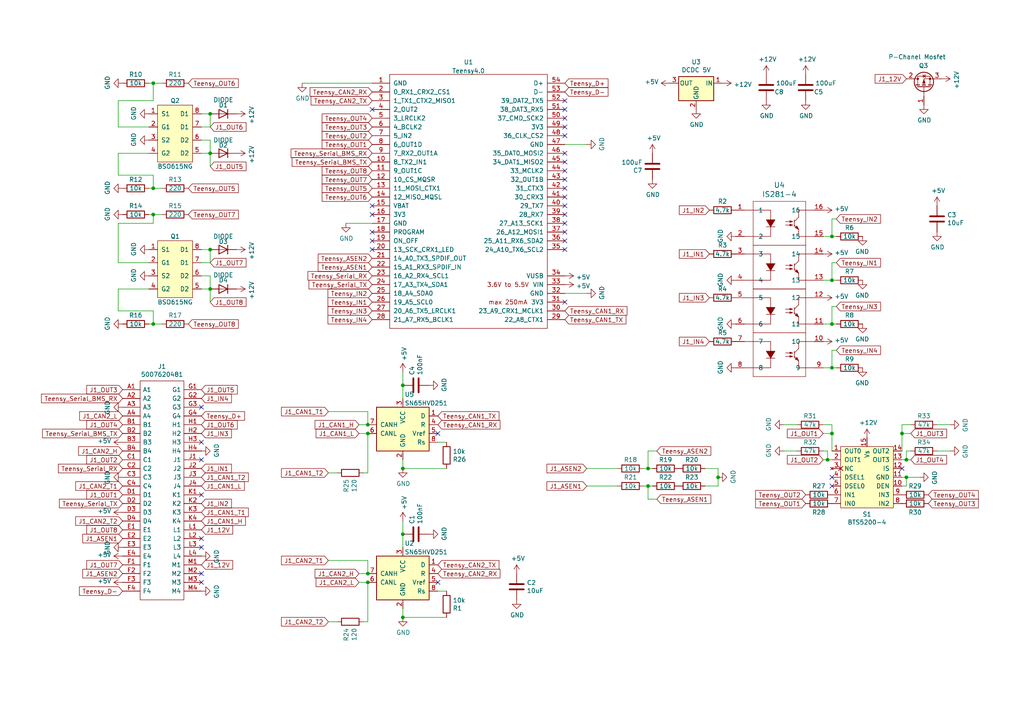
<source format=kicad_sch>
(kicad_sch (version 20211123) (generator eeschema)
  (paper "A4")
  (junction (at 106.68 168.91))
  (junction (at 106.68 166.37))
  (junction (at 116.84 154.94))
  (junction (at 44.45 62.23))
  (junction (at 241.3 68.58))
  (junction (at 116.84 179.07))
  (junction (at 60.96 44.45))
  (junction (at 240.03 133.35))
  (junction (at 262.89 138.43))
  (junction (at 44.45 54.61))
  (junction (at 262.89 133.35))
  (junction (at 106.68 125.73))
  (junction (at 116.84 111.76))
  (junction (at 187.96 140.97))
  (junction (at 106.68 123.19))
  (junction (at 241.3 106.68))
  (junction (at 44.45 24.13))
  (junction (at 116.84 135.89))
  (junction (at 60.96 72.39))
  (junction (at 241.3 93.98))
  (junction (at 187.96 135.89))
  (junction (at 60.96 83.82))
  (junction (at 241.3 125.73))
  (junction (at 60.96 33.02))
  (junction (at 208.28 138.43))
  (junction (at 44.45 93.98))
  (junction (at 241.3 81.28))
  (junction (at 261.62 125.73))
  (no_connect (at 163.83 54.61))
  (no_connect (at 163.83 67.31))
  (no_connect (at 163.83 31.75))
  (no_connect (at 163.83 46.99))
  (no_connect (at 107.95 31.75))
  (no_connect (at 58.42 118.11))
  (no_connect (at 58.42 128.27))
  (no_connect (at 58.42 156.21))
  (no_connect (at 58.42 158.75))
  (no_connect (at 58.42 168.91))
  (no_connect (at 58.42 166.37))
  (no_connect (at 58.42 133.35))
  (no_connect (at 58.42 143.51))
  (no_connect (at 163.83 34.29))
  (no_connect (at 107.95 69.85))
  (no_connect (at 163.83 72.39))
  (no_connect (at 163.83 57.15))
  (no_connect (at 127 168.91))
  (no_connect (at 107.95 59.69))
  (no_connect (at 163.83 44.45))
  (no_connect (at 241.3 140.97))
  (no_connect (at 163.83 59.69))
  (no_connect (at 261.62 135.89))
  (no_connect (at 163.83 36.83))
  (no_connect (at 107.95 62.23))
  (no_connect (at 163.83 69.85))
  (no_connect (at 107.95 67.31))
  (no_connect (at 163.83 64.77))
  (no_connect (at 163.83 87.63))
  (no_connect (at 163.83 29.21))
  (no_connect (at 163.83 39.37))
  (no_connect (at 107.95 72.39))
  (no_connect (at 163.83 62.23))
  (no_connect (at 163.83 49.53))
  (no_connect (at 241.3 138.43))
  (no_connect (at 127 125.73))
  (no_connect (at 163.83 52.07))
  (wire (pts (xy 60.96 44.45) (xy 58.42 44.45)))
  (wire (pts (xy 187.96 130.81) (xy 190.5 130.81)))
  (wire (pts (xy 238.76 123.19) (xy 241.3 123.19)))
  (wire (pts (xy 34.29 90.17) (xy 44.45 90.17)))
  (wire (pts (xy 271.78 130.81) (xy 275.59 130.81)))
  (wire (pts (xy 241.3 106.68) (xy 241.3 101.6)))
  (wire (pts (xy 204.47 135.89) (xy 208.28 135.89)))
  (wire (pts (xy 116.84 107.95) (xy 116.84 111.76)))
  (wire (pts (xy 106.68 162.56) (xy 95.25 162.56)))
  (wire (pts (xy 242.57 63.5) (xy 241.3 63.5)))
  (wire (pts (xy 44.45 64.77) (xy 44.45 62.23)))
  (wire (pts (xy 187.96 140.97) (xy 187.96 144.78)))
  (wire (pts (xy 187.96 135.89) (xy 187.96 130.81)))
  (wire (pts (xy 34.29 83.82) (xy 43.18 83.82)))
  (wire (pts (xy 106.68 162.56) (xy 106.68 166.37)))
  (wire (pts (xy 43.18 54.61) (xy 44.45 54.61)))
  (wire (pts (xy 58.42 80.01) (xy 60.96 80.01)))
  (wire (pts (xy 44.45 50.8) (xy 44.45 54.61)))
  (wire (pts (xy 43.18 36.83) (xy 34.29 36.83)))
  (wire (pts (xy 242.57 76.2) (xy 241.3 76.2)))
  (wire (pts (xy 241.3 68.58) (xy 242.57 68.58)))
  (wire (pts (xy 261.62 140.97) (xy 262.89 140.97)))
  (wire (pts (xy 44.45 90.17) (xy 44.45 93.98)))
  (wire (pts (xy 116.84 151.13) (xy 116.84 154.94)))
  (wire (pts (xy 187.96 144.78) (xy 190.5 144.78)))
  (wire (pts (xy 106.68 125.73) (xy 104.14 125.73)))
  (wire (pts (xy 240.03 133.35) (xy 241.3 133.35)))
  (wire (pts (xy 264.16 123.19) (xy 261.62 123.19)))
  (wire (pts (xy 106.68 137.16) (xy 106.68 125.73)))
  (wire (pts (xy 261.62 133.35) (xy 262.89 133.35)))
  (wire (pts (xy 187.96 135.89) (xy 189.23 135.89)))
  (wire (pts (xy 271.78 123.19) (xy 275.59 123.19)))
  (wire (pts (xy 106.68 119.38) (xy 106.68 123.19)))
  (wire (pts (xy 116.84 179.07) (xy 116.84 176.53)))
  (wire (pts (xy 129.54 171.45) (xy 127 171.45)))
  (wire (pts (xy 44.45 62.23) (xy 46.99 62.23)))
  (wire (pts (xy 170.18 135.89) (xy 179.07 135.89)))
  (wire (pts (xy 58.42 33.02) (xy 60.96 33.02)))
  (wire (pts (xy 238.76 93.98) (xy 241.3 93.98)))
  (wire (pts (xy 106.68 180.34) (xy 106.68 168.91)))
  (wire (pts (xy 261.62 125.73) (xy 261.62 130.81)))
  (wire (pts (xy 58.42 72.39) (xy 60.96 72.39)))
  (wire (pts (xy 105.41 137.16) (xy 106.68 137.16)))
  (wire (pts (xy 60.96 83.82) (xy 60.96 87.63)))
  (wire (pts (xy 60.96 44.45) (xy 60.96 48.26)))
  (wire (pts (xy 116.84 179.07) (xy 129.54 179.07)))
  (wire (pts (xy 60.96 80.01) (xy 60.96 83.82)))
  (wire (pts (xy 238.76 133.35) (xy 240.03 133.35)))
  (wire (pts (xy 208.28 135.89) (xy 208.28 138.43)))
  (wire (pts (xy 107.95 64.77) (xy 100.33 64.77)))
  (wire (pts (xy 241.3 76.2) (xy 241.3 81.28)))
  (wire (pts (xy 241.3 125.73) (xy 238.76 125.73)))
  (wire (pts (xy 34.29 64.77) (xy 44.45 64.77)))
  (wire (pts (xy 241.3 88.9) (xy 242.57 88.9)))
  (wire (pts (xy 186.69 140.97) (xy 187.96 140.97)))
  (wire (pts (xy 241.3 63.5) (xy 241.3 68.58)))
  (wire (pts (xy 43.18 93.98) (xy 44.45 93.98)))
  (wire (pts (xy 116.84 111.76) (xy 116.84 115.57)))
  (wire (pts (xy 116.84 154.94) (xy 116.84 158.75)))
  (wire (pts (xy 34.29 64.77) (xy 34.29 76.2)))
  (wire (pts (xy 106.68 168.91) (xy 104.14 168.91)))
  (wire (pts (xy 34.29 36.83) (xy 34.29 29.21)))
  (wire (pts (xy 43.18 62.23) (xy 44.45 62.23)))
  (wire (pts (xy 241.3 123.19) (xy 241.3 125.73)))
  (wire (pts (xy 60.96 76.2) (xy 58.42 76.2)))
  (wire (pts (xy 116.84 135.89) (xy 116.84 133.35)))
  (wire (pts (xy 241.3 101.6) (xy 242.57 101.6)))
  (wire (pts (xy 227.33 123.19) (xy 231.14 123.19)))
  (wire (pts (xy 106.68 119.38) (xy 95.25 119.38)))
  (wire (pts (xy 241.3 68.58) (xy 238.76 68.58)))
  (wire (pts (xy 34.29 83.82) (xy 34.29 90.17)))
  (wire (pts (xy 262.89 133.35) (xy 264.16 133.35)))
  (wire (pts (xy 44.45 54.61) (xy 46.99 54.61)))
  (wire (pts (xy 106.68 123.19) (xy 104.14 123.19)))
  (wire (pts (xy 261.62 125.73) (xy 264.16 125.73)))
  (wire (pts (xy 60.96 33.02) (xy 60.96 36.83)))
  (wire (pts (xy 238.76 130.81) (xy 240.03 130.81)))
  (wire (pts (xy 116.84 135.89) (xy 129.54 135.89)))
  (wire (pts (xy 179.07 140.97) (xy 170.18 140.97)))
  (wire (pts (xy 95.25 180.34) (xy 97.79 180.34)))
  (wire (pts (xy 264.16 130.81) (xy 262.89 130.81)))
  (wire (pts (xy 34.29 44.45) (xy 43.18 44.45)))
  (wire (pts (xy 262.89 130.81) (xy 262.89 133.35)))
  (wire (pts (xy 105.41 180.34) (xy 106.68 180.34)))
  (wire (pts (xy 208.28 140.97) (xy 204.47 140.97)))
  (wire (pts (xy 43.18 24.13) (xy 44.45 24.13)))
  (wire (pts (xy 34.29 29.21) (xy 44.45 29.21)))
  (wire (pts (xy 34.29 44.45) (xy 34.29 50.8)))
  (wire (pts (xy 43.18 76.2) (xy 34.29 76.2)))
  (wire (pts (xy 262.89 138.43) (xy 262.89 140.97)))
  (wire (pts (xy 95.25 137.16) (xy 97.79 137.16)))
  (wire (pts (xy 262.89 138.43) (xy 266.7 138.43)))
  (wire (pts (xy 106.68 166.37) (xy 104.14 166.37)))
  (wire (pts (xy 241.3 81.28) (xy 242.57 81.28)))
  (wire (pts (xy 44.45 24.13) (xy 44.45 29.21)))
  (wire (pts (xy 129.54 128.27) (xy 127 128.27)))
  (wire (pts (xy 60.96 36.83) (xy 58.42 36.83)))
  (wire (pts (xy 187.96 140.97) (xy 189.23 140.97)))
  (wire (pts (xy 261.62 123.19) (xy 261.62 125.73)))
  (wire (pts (xy 60.96 83.82) (xy 58.42 83.82)))
  (wire (pts (xy 44.45 93.98) (xy 46.99 93.98)))
  (wire (pts (xy 163.83 41.91) (xy 170.18 41.91)))
  (wire (pts (xy 87.63 24.13) (xy 107.95 24.13)))
  (wire (pts (xy 186.69 135.89) (xy 187.96 135.89)))
  (wire (pts (xy 208.28 138.43) (xy 208.28 140.97)))
  (wire (pts (xy 34.29 50.8) (xy 44.45 50.8)))
  (wire (pts (xy 240.03 130.81) (xy 240.03 133.35)))
  (wire (pts (xy 241.3 81.28) (xy 238.76 81.28)))
  (wire (pts (xy 241.3 106.68) (xy 242.57 106.68)))
  (wire (pts (xy 58.42 40.64) (xy 60.96 40.64)))
  (wire (pts (xy 60.96 72.39) (xy 60.96 76.2)))
  (wire (pts (xy 44.45 24.13) (xy 46.99 24.13)))
  (wire (pts (xy 227.33 130.81) (xy 231.14 130.81)))
  (wire (pts (xy 60.96 40.64) (xy 60.96 44.45)))
  (wire (pts (xy 261.62 138.43) (xy 262.89 138.43)))
  (wire (pts (xy 241.3 93.98) (xy 242.57 93.98)))
  (wire (pts (xy 241.3 130.81) (xy 241.3 125.73)))
  (wire (pts (xy 238.76 106.68) (xy 241.3 106.68)))
  (wire (pts (xy 241.3 93.98) (xy 241.3 88.9)))
  (wire (pts (xy 163.83 85.09) (xy 170.18 85.09)))
  (global_label "J1_CAN1_H" (shape input) (at 58.42 151.13 0) (property "Referenzen zwischen Schaltplänen" "${INTERSHEET_REFS}" (effects hide)))
  (global_label "J1_OUT7" (shape input) (at 35.56 163.83 180) (property "Referenzen zwischen Schaltplänen" "${INTERSHEET_REFS}" (effects hide)))
  (global_label "Teensy_OUT7" (shape input) (at 107.95 52.07 180) (property "Referenzen zwischen Schaltplänen" "${INTERSHEET_REFS}" (effects hide)))
  (global_label "J1_ASEN2" (shape input) (at 35.56 166.37 180) (property "Referenzen zwischen Schaltplänen" "${INTERSHEET_REFS}" (effects hide)))
  (global_label "J1_OUT6" (shape input) (at 60.96 36.83 0) (property "Referenzen zwischen Schaltplänen" "${INTERSHEET_REFS}" (effects hide)))
  (global_label "J1_IN3" (shape input) (at 58.42 125.73 0) (property "Referenzen zwischen Schaltplänen" "${INTERSHEET_REFS}" (effects hide)))
  (global_label "J1_CAN1_T1" (shape input) (at 95.25 119.38 180) (property "Referenzen zwischen Schaltplänen" "${INTERSHEET_REFS}" (effects hide)))
  (global_label "Teensy_D+" (shape input) (at 58.42 120.65 0) (property "Referenzen zwischen Schaltplänen" "${INTERSHEET_REFS}" (effects hide)))
  (global_label "Teensy_CAN2_TX" (shape input) (at 107.95 29.21 180) (property "Referenzen zwischen Schaltplänen" "${INTERSHEET_REFS}" (effects hide)))
  (global_label "J1_CAN2_L" (shape input) (at 35.56 120.65 180) (property "Referenzen zwischen Schaltplänen" "${INTERSHEET_REFS}" (effects hide)))
  (global_label "Teensy_OUT2" (shape input) (at 233.68 143.51 180) (property "Referenzen zwischen Schaltplänen" "${INTERSHEET_REFS}" (effects hide)))
  (global_label "Teensy_IN3" (shape input) (at 107.95 90.17 180) (property "Referenzen zwischen Schaltplänen" "${INTERSHEET_REFS}" (effects hide)))
  (global_label "J1_OUT4" (shape input) (at 264.16 133.35 0) (property "Referenzen zwischen Schaltplänen" "${INTERSHEET_REFS}" (effects hide)))
  (global_label "Teensy_IN2" (shape input) (at 107.95 85.09 180) (property "Referenzen zwischen Schaltplänen" "${INTERSHEET_REFS}" (effects hide)))
  (global_label "Teensy_OUT3" (shape input) (at 107.95 36.83 180) (property "Referenzen zwischen Schaltplänen" "${INTERSHEET_REFS}" (effects hide)))
  (global_label "J1_OUT8" (shape input) (at 60.96 87.63 0) (property "Referenzen zwischen Schaltplänen" "${INTERSHEET_REFS}" (effects hide)))
  (global_label "Teensy_CAN2_RX" (shape input) (at 107.95 26.67 180) (property "Referenzen zwischen Schaltplänen" "${INTERSHEET_REFS}" (effects hide)))
  (global_label "Teensy_ASEN2" (shape input) (at 190.5 130.81 0) (property "Referenzen zwischen Schaltplänen" "${INTERSHEET_REFS}" (effects hide)))
  (global_label "Teensy_Serial_BMS_TX" (shape input) (at 35.56 125.73 180) (property "Referenzen zwischen Schaltplänen" "${INTERSHEET_REFS}" (effects hide)))
  (global_label "J1_OUT2" (shape input) (at 238.76 133.35 180) (property "Referenzen zwischen Schaltplänen" "${INTERSHEET_REFS}" (effects hide)))
  (global_label "Teensy_IN1" (shape input) (at 107.95 87.63 180) (property "Referenzen zwischen Schaltplänen" "${INTERSHEET_REFS}" (effects hide)))
  (global_label "Teensy_CAN1_TX" (shape input) (at 163.83 92.71 0) (property "Referenzen zwischen Schaltplänen" "${INTERSHEET_REFS}" (effects hide)))
  (global_label "Teensy_ASEN1" (shape input) (at 107.95 77.47 180) (property "Referenzen zwischen Schaltplänen" "${INTERSHEET_REFS}" (effects hide)))
  (global_label "J1_CAN2_T1" (shape input) (at 35.56 140.97 180) (property "Referenzen zwischen Schaltplänen" "${INTERSHEET_REFS}" (effects hide)))
  (global_label "Teensy_Serial_TX" (shape input) (at 35.56 146.05 180) (property "Referenzen zwischen Schaltplänen" "${INTERSHEET_REFS}" (effects hide)))
  (global_label "J1_ASEN1" (shape input) (at 170.18 140.97 180) (property "Referenzen zwischen Schaltplänen" "${INTERSHEET_REFS}" (effects hide)))
  (global_label "J1_OUT1" (shape input) (at 35.56 143.51 180) (property "Referenzen zwischen Schaltplänen" "${INTERSHEET_REFS}" (effects hide)))
  (global_label "Teensy_OUT5" (shape input) (at 107.95 54.61 180) (property "Referenzen zwischen Schaltplänen" "${INTERSHEET_REFS}" (effects hide)))
  (global_label "J1_CAN2_H" (shape input) (at 35.56 130.81 180) (property "Referenzen zwischen Schaltplänen" "${INTERSHEET_REFS}" (effects hide)))
  (global_label "Teensy_Serial_RX" (shape input) (at 107.95 80.01 180) (property "Referenzen zwischen Schaltplänen" "${INTERSHEET_REFS}" (effects hide)))
  (global_label "Teensy_OUT6" (shape input) (at 107.95 57.15 180) (property "Referenzen zwischen Schaltplänen" "${INTERSHEET_REFS}" (effects hide)))
  (global_label "Teensy_Serial_BMS_TX" (shape input) (at 107.95 46.99 180) (property "Referenzen zwischen Schaltplänen" "${INTERSHEET_REFS}" (effects hide)))
  (global_label "J1_OUT5" (shape input) (at 60.96 48.26 0) (property "Referenzen zwischen Schaltplänen" "${INTERSHEET_REFS}" (effects hide)))
  (global_label "J1_12V" (shape input) (at 58.42 153.67 0) (property "Referenzen zwischen Schaltplänen" "${INTERSHEET_REFS}" (effects hide)))
  (global_label "Teensy_CAN2_TX" (shape input) (at 127 163.83 0) (property "Referenzen zwischen Schaltplänen" "${INTERSHEET_REFS}" (effects hide)))
  (global_label "Teensy_OUT3" (shape input) (at 269.24 146.05 0) (property "Referenzen zwischen Schaltplänen" "${INTERSHEET_REFS}" (effects hide)))
  (global_label "J1_CAN1_H" (shape input) (at 104.14 123.19 180) (property "Referenzen zwischen Schaltplänen" "${INTERSHEET_REFS}" (effects hide)))
  (global_label "J1_OUT7" (shape input) (at 60.96 76.2 0) (property "Referenzen zwischen Schaltplänen" "${INTERSHEET_REFS}" (effects hide)))
  (global_label "J1_CAN1_L" (shape input) (at 104.14 125.73 180) (property "Referenzen zwischen Schaltplänen" "${INTERSHEET_REFS}" (effects hide)))
  (global_label "J1_CAN2_L" (shape input) (at 104.14 168.91 180) (property "Referenzen zwischen Schaltplänen" "${INTERSHEET_REFS}" (effects hide)))
  (global_label "Teensy_IN3" (shape input) (at 242.57 88.9 0) (property "Referenzen zwischen Schaltplänen" "${INTERSHEET_REFS}" (effects hide)))
  (global_label "Teensy_Serial_RX" (shape input) (at 35.56 135.89 180) (property "Referenzen zwischen Schaltplänen" "${INTERSHEET_REFS}" (effects hide)))
  (global_label "Teensy_Serial_BMS_RX" (shape input) (at 35.56 115.57 180) (property "Referenzen zwischen Schaltplänen" "${INTERSHEET_REFS}" (effects hide)))
  (global_label "J1_CAN2_T2" (shape input) (at 35.56 151.13 180) (property "Referenzen zwischen Schaltplänen" "${INTERSHEET_REFS}" (effects hide)))
  (global_label "J1_OUT4" (shape input) (at 35.56 123.19 180) (property "Referenzen zwischen Schaltplänen" "${INTERSHEET_REFS}" (effects hide)))
  (global_label "J1_CAN2_H" (shape input) (at 104.14 166.37 180) (property "Referenzen zwischen Schaltplänen" "${INTERSHEET_REFS}" (effects hide)))
  (global_label "J1_IN1" (shape input) (at 58.42 135.89 0) (property "Referenzen zwischen Schaltplänen" "${INTERSHEET_REFS}" (effects hide)))
  (global_label "J1_OUT1" (shape input) (at 238.76 125.73 180) (property "Referenzen zwischen Schaltplänen" "${INTERSHEET_REFS}" (effects hide)))
  (global_label "Teensy_IN4" (shape input) (at 107.95 92.71 180) (property "Referenzen zwischen Schaltplänen" "${INTERSHEET_REFS}" (effects hide)))
  (global_label "J1_IN4" (shape input) (at 205.74 99.06 180) (property "Referenzen zwischen Schaltplänen" "${INTERSHEET_REFS}" (effects hide)))
  (global_label "J1_IN2" (shape input) (at 58.42 146.05 0) (property "Referenzen zwischen Schaltplänen" "${INTERSHEET_REFS}" (effects hide)))
  (global_label "Teensy_OUT4" (shape input) (at 269.24 143.51 0) (property "Referenzen zwischen Schaltplänen" "${INTERSHEET_REFS}" (effects hide)))
  (global_label "Teensy_OUT1" (shape input) (at 107.95 41.91 180) (property "Referenzen zwischen Schaltplänen" "${INTERSHEET_REFS}" (effects hide)))
  (global_label "Teensy_D-" (shape input) (at 35.56 171.45 180) (property "Referenzen zwischen Schaltplänen" "${INTERSHEET_REFS}" (effects hide)))
  (global_label "J1_IN1" (shape input) (at 205.74 73.66 180) (property "Referenzen zwischen Schaltplänen" "${INTERSHEET_REFS}" (effects hide)))
  (global_label "Teensy_D+" (shape input) (at 163.83 24.13 0) (property "Referenzen zwischen Schaltplänen" "${INTERSHEET_REFS}" (effects hide)))
  (global_label "J1_CAN1_T1" (shape input) (at 58.42 148.59 0) (property "Referenzen zwischen Schaltplänen" "${INTERSHEET_REFS}" (effects hide)))
  (global_label "Teensy_OUT4" (shape input) (at 107.95 34.29 180) (property "Referenzen zwischen Schaltplänen" "${INTERSHEET_REFS}" (effects hide)))
  (global_label "Teensy_IN4" (shape input) (at 242.57 101.6 0) (property "Referenzen zwischen Schaltplänen" "${INTERSHEET_REFS}" (effects hide)))
  (global_label "Teensy_D-" (shape input) (at 163.83 26.67 0) (property "Referenzen zwischen Schaltplänen" "${INTERSHEET_REFS}" (effects hide)))
  (global_label "Teensy_OUT6" (shape input) (at 54.61 24.13 0) (property "Referenzen zwischen Schaltplänen" "${INTERSHEET_REFS}" (effects hide)))
  (global_label "J1_IN3" (shape input) (at 205.74 86.36 180) (property "Referenzen zwischen Schaltplänen" "${INTERSHEET_REFS}" (effects hide)))
  (global_label "Teensy_OUT8" (shape input) (at 107.95 49.53 180) (property "Referenzen zwischen Schaltplänen" "${INTERSHEET_REFS}" (effects hide)))
  (global_label "J1_12V" (shape input) (at 58.42 163.83 0) (property "Referenzen zwischen Schaltplänen" "${INTERSHEET_REFS}" (effects hide)))
  (global_label "J1_CAN1_T2" (shape input) (at 95.25 137.16 180) (property "Referenzen zwischen Schaltplänen" "${INTERSHEET_REFS}" (effects hide)))
  (global_label "Teensy_CAN1_RX" (shape input) (at 127 123.19 0) (property "Referenzen zwischen Schaltplänen" "${INTERSHEET_REFS}" (effects hide)))
  (global_label "J1_12V" (shape input) (at 262.89 22.86 180) (property "Referenzen zwischen Schaltplänen" "${INTERSHEET_REFS}" (effects hide)))
  (global_label "J1_OUT2" (shape input) (at 35.56 133.35 180) (property "Referenzen zwischen Schaltplänen" "${INTERSHEET_REFS}" (effects hide)))
  (global_label "J1_OUT3" (shape input) (at 264.16 125.73 0) (property "Referenzen zwischen Schaltplänen" "${INTERSHEET_REFS}" (effects hide)))
  (global_label "Teensy_CAN1_TX" (shape input) (at 127 120.65 0) (property "Referenzen zwischen Schaltplänen" "${INTERSHEET_REFS}" (effects hide)))
  (global_label "J1_ASEN2" (shape input) (at 170.18 135.89 180) (property "Referenzen zwischen Schaltplänen" "${INTERSHEET_REFS}" (effects hide)))
  (global_label "Teensy_OUT7" (shape input) (at 54.61 62.23 0) (property "Referenzen zwischen Schaltplänen" "${INTERSHEET_REFS}" (effects hide)))
  (global_label "Teensy_Serial_TX" (shape input) (at 107.95 82.55 180) (property "Referenzen zwischen Schaltplänen" "${INTERSHEET_REFS}" (effects hide)))
  (global_label "J1_OUT3" (shape input) (at 35.56 113.03 180) (property "Referenzen zwischen Schaltplänen" "${INTERSHEET_REFS}" (effects hide)))
  (global_label "Teensy_OUT1" (shape input) (at 233.68 146.05 180) (property "Referenzen zwischen Schaltplänen" "${INTERSHEET_REFS}" (effects hide)))
  (global_label "J1_OUT5" (shape input) (at 58.42 113.03 0) (property "Referenzen zwischen Schaltplänen" "${INTERSHEET_REFS}" (effects hide)))
  (global_label "Teensy_ASEN1" (shape input) (at 190.5 144.78 0) (property "Referenzen zwischen Schaltplänen" "${INTERSHEET_REFS}" (effects hide)))
  (global_label "Teensy_OUT5" (shape input) (at 54.61 54.61 0) (property "Referenzen zwischen Schaltplänen" "${INTERSHEET_REFS}" (effects hide)))
  (global_label "Teensy_CAN2_RX" (shape input) (at 127 166.37 0) (property "Referenzen zwischen Schaltplänen" "${INTERSHEET_REFS}" (effects hide)))
  (global_label "J1_CAN2_T1" (shape input) (at 95.25 162.56 180) (property "Referenzen zwischen Schaltplänen" "${INTERSHEET_REFS}" (effects hide)))
  (global_label "Teensy_OUT2" (shape input) (at 107.95 39.37 180) (property "Referenzen zwischen Schaltplänen" "${INTERSHEET_REFS}" (effects hide)))
  (global_label "J1_OUT6" (shape input) (at 58.42 123.19 0) (property "Referenzen zwischen Schaltplänen" "${INTERSHEET_REFS}" (effects hide)))
  (global_label "J1_CAN1_T2" (shape input) (at 58.42 138.43 0) (property "Referenzen zwischen Schaltplänen" "${INTERSHEET_REFS}" (effects hide)))
  (global_label "Teensy_IN2" (shape input) (at 242.57 63.5 0) (property "Referenzen zwischen Schaltplänen" "${INTERSHEET_REFS}" (effects hide)))
  (global_label "Teensy_Serial_BMS_RX" (shape input) (at 107.95 44.45 180) (property "Referenzen zwischen Schaltplänen" "${INTERSHEET_REFS}" (effects hide)))
  (global_label "J1_OUT8" (shape input) (at 35.56 153.67 180) (property "Referenzen zwischen Schaltplänen" "${INTERSHEET_REFS}" (effects hide)))
  (global_label "J1_IN4" (shape input) (at 58.42 115.57 0) (property "Referenzen zwischen Schaltplänen" "${INTERSHEET_REFS}" (effects hide)))
  (global_label "Teensy_OUT8" (shape input) (at 54.61 93.98 0) (property "Referenzen zwischen Schaltplänen" "${INTERSHEET_REFS}" (effects hide)))
  (global_label "Teensy_IN1" (shape input) (at 242.57 76.2 0) (property "Referenzen zwischen Schaltplänen" "${INTERSHEET_REFS}" (effects hide)))
  (global_label "J1_ASEN1" (shape input) (at 35.56 156.21 180) (property "Referenzen zwischen Schaltplänen" "${INTERSHEET_REFS}" (effects hide)))
  (global_label "J1_CAN1_L" (shape input) (at 58.42 140.97 0) (property "Referenzen zwischen Schaltplänen" "${INTERSHEET_REFS}" (effects hide)))
  (global_label "Teensy_ASEN2" (shape input) (at 107.95 74.93 180) (property "Referenzen zwischen Schaltplänen" "${INTERSHEET_REFS}" (effects hide)))
  (global_label "J1_IN2" (shape input) (at 205.74 60.96 180) (property "Referenzen zwischen Schaltplänen" "${INTERSHEET_REFS}" (effects hide)))
  (global_label "Teensy_CAN1_RX" (shape input) (at 163.83 90.17 0) (property "Referenzen zwischen Schaltplänen" "${INTERSHEET_REFS}" (effects hide)))
  (global_label "J1_CAN2_T2" (shape input) (at 95.25 180.34 180) (property "Referenzen zwischen Schaltplänen" "${INTERSHEET_REFS}" (effects hide)))
  (symbol (lib_id "power:GND") (at 87.63 24.13 0) (unit 1)
    (property "Reference" "#PWR0101" (effects hide))
    (property "Value" "GND" (at 87.757 28.5242 0))
  )
  (symbol (lib_id "Regulator_Switching:R-78E5.0-0.5") (at 201.93 24.13 0) (mirror y) (unit 1)
    (property "Reference" "U3" (at 201.93 17.9832 0))
    (property "Value" "DCDC 5V" (at 201.93 20.2946 0))
    (property "Footprint" "Converter_DCDC:Converter_DCDC_muRata_OKI-78SR_Vertical" (effects hide))
    (property "Datasheet" "https://www.recom-power.com/pdf/Innoline/R-78Exx-0.5.pdf" (effects hide))
    (property "LCSC" "C115916" (effects hide))
  )
  (symbol (lib_id "power:+12V") (at 209.55 24.13 270) (unit 1)
    (property "Reference" "#PWR0102" (effects hide))
    (property "Value" "+12V" (at 212.8012 24.511 90) (effects (justify left)))
  )
  (symbol (lib_id "Device:R") (at 129.54 175.26 0) (mirror x) (unit 1)
    (property "Reference" "R1" (at 131.318 176.4284 0) (effects (justify left)))
    (property "Value" "10k" (at 131.318 174.117 0) (effects (justify left)))
    (property "Footprint" "Resistor_SMD:R_0805_2012Metric" (effects hide))
    (property "LCSC" "C17414" (effects hide))
  )
  (symbol (lib_id "power:GND") (at 100.33 64.77 0) (unit 1)
    (property "Reference" "#PWR0103" (effects hide))
    (property "Value" "GND" (at 100.457 69.1642 0))
  )
  (symbol (lib_id "power:GND") (at 170.18 41.91 90) (unit 1)
    (property "Reference" "#PWR0104" (effects hide))
    (property "Value" "GND" (at 174.5742 41.783 0))
  )
  (symbol (lib_id "power:GND") (at 170.18 85.09 90) (unit 1)
    (property "Reference" "#PWR0105" (effects hide))
    (property "Value" "GND" (at 174.5742 84.963 0))
  )
  (symbol (lib_id "power:GND") (at 201.93 31.75 0) (unit 1)
    (property "Reference" "#PWR0106" (effects hide))
    (property "Value" "GND" (at 202.057 36.1442 0))
  )
  (symbol (lib_id "power:GND") (at 116.84 179.07 0) (unit 1)
    (property "Reference" "#PWR0108" (effects hide))
    (property "Value" "GND" (at 116.967 183.4642 0))
  )
  (symbol (lib_id "power:+5V") (at 194.31 24.13 90) (unit 1)
    (property "Reference" "#PWR0112" (effects hide))
    (property "Value" "+5V" (at 191.0588 23.749 90) (effects (justify left)))
  )
  (symbol (lib_id "power:+5V") (at 163.83 82.55 270) (unit 1)
    (property "Reference" "#PWR0113" (effects hide))
    (property "Value" "+5V" (at 167.0812 82.931 90) (effects (justify left)))
  )
  (symbol (lib_id "Device:R") (at 209.55 60.96 90) (mirror x) (unit 1)
    (property "Reference" "R2" (at 209.55 58.42 90))
    (property "Value" "4.7k" (at 209.55 60.96 90))
    (property "Footprint" "Resistor_SMD:R_0805_2012Metric" (effects hide))
    (property "LCSC" "C17673" (effects hide))
  )
  (symbol (lib_id "Device:R") (at 209.55 73.66 90) (mirror x) (unit 1)
    (property "Reference" "R3" (at 209.55 71.12 90))
    (property "Value" "4.7k" (at 209.55 73.66 90))
    (property "Footprint" "Resistor_SMD:R_0805_2012Metric" (effects hide))
    (property "LCSC" "C17673" (effects hide))
  )
  (symbol (lib_id "Device:R") (at 209.55 86.36 90) (mirror x) (unit 1)
    (property "Reference" "R4" (at 209.55 83.82 90))
    (property "Value" "4.7k" (at 209.55 86.36 90))
    (property "Footprint" "Resistor_SMD:R_0805_2012Metric" (effects hide))
    (property "LCSC" "C17673" (effects hide))
  )
  (symbol (lib_id "Device:R") (at 209.55 99.06 90) (mirror x) (unit 1)
    (property "Reference" "R5" (at 209.55 96.52 90))
    (property "Value" "4.7k" (at 209.55 99.06 90))
    (property "Footprint" "Resistor_SMD:R_0805_2012Metric" (effects hide))
    (property "LCSC" "C17673" (effects hide))
  )
  (symbol (lib_id "power:GND") (at 213.36 68.58 270) (mirror x) (unit 1)
    (property "Reference" "#PWR0115" (effects hide))
    (property "Value" "GND" (at 208.9658 68.453 0))
  )
  (symbol (lib_id "power:GND") (at 213.36 81.28 270) (mirror x) (unit 1)
    (property "Reference" "#PWR0116" (effects hide))
    (property "Value" "GND" (at 208.9658 81.153 0))
  )
  (symbol (lib_id "power:GND") (at 213.36 93.98 270) (mirror x) (unit 1)
    (property "Reference" "#PWR0117" (effects hide))
    (property "Value" "GND" (at 208.9658 93.853 0))
  )
  (symbol (lib_id "power:GND") (at 213.36 106.68 270) (mirror x) (unit 1)
    (property "Reference" "#PWR0118" (effects hide))
    (property "Value" "GND" (at 208.9658 106.553 0))
  )
  (symbol (lib_id "Device:R") (at 246.38 81.28 90) (mirror x) (unit 1)
    (property "Reference" "R7" (at 246.38 78.74 90))
    (property "Value" "10k" (at 246.38 81.28 90))
    (property "Footprint" "Resistor_SMD:R_0805_2012Metric" (effects hide))
    (property "LCSC" "C17414" (effects hide))
  )
  (symbol (lib_id "Device:R") (at 246.38 68.58 90) (mirror x) (unit 1)
    (property "Reference" "R6" (at 246.38 66.04 90))
    (property "Value" "10k" (at 246.38 68.58 90))
    (property "Footprint" "Resistor_SMD:R_0805_2012Metric" (effects hide))
    (property "LCSC" "C17414" (effects hide))
  )
  (symbol (lib_id "Device:R") (at 246.38 93.98 90) (mirror x) (unit 1)
    (property "Reference" "R8" (at 246.38 91.44 90))
    (property "Value" "10k" (at 246.38 93.98 90))
    (property "Footprint" "Resistor_SMD:R_0805_2012Metric" (effects hide))
    (property "LCSC" "C17414" (effects hide))
  )
  (symbol (lib_id "Device:R") (at 246.38 106.68 90) (mirror x) (unit 1)
    (property "Reference" "R9" (at 246.38 104.14 90))
    (property "Value" "10k" (at 246.38 106.68 90))
    (property "Footprint" "Resistor_SMD:R_0805_2012Metric" (effects hide))
    (property "LCSC" "C17414" (effects hide))
  )
  (symbol (lib_id "power:+5V") (at 238.76 60.96 270) (mirror x) (unit 1)
    (property "Reference" "#PWR0119" (effects hide))
    (property "Value" "+5V" (at 242.0112 60.579 90) (effects (justify left)))
  )
  (symbol (lib_id "power:+5V") (at 238.76 73.66 270) (mirror x) (unit 1)
    (property "Reference" "#PWR0120" (effects hide))
    (property "Value" "+5V" (at 242.0112 73.279 90) (effects (justify left)))
  )
  (symbol (lib_id "power:+5V") (at 238.76 86.36 270) (mirror x) (unit 1)
    (property "Reference" "#PWR0121" (effects hide))
    (property "Value" "+5V" (at 242.0112 85.979 90) (effects (justify left)))
  )
  (symbol (lib_id "power:+5V") (at 238.76 99.06 270) (mirror x) (unit 1)
    (property "Reference" "#PWR0122" (effects hide))
    (property "Value" "+5V" (at 242.0112 98.679 90) (effects (justify left)))
  )
  (symbol (lib_id "power:GND") (at 250.19 68.58 0) (mirror y) (unit 1)
    (property "Reference" "#PWR0123" (effects hide))
    (property "Value" "GND" (at 250.063 72.9742 0))
  )
  (symbol (lib_id "power:GND") (at 250.19 81.28 0) (mirror y) (unit 1)
    (property "Reference" "#PWR0124" (effects hide))
    (property "Value" "GND" (at 250.063 85.6742 0))
  )
  (symbol (lib_id "power:GND") (at 250.19 93.98 0) (mirror y) (unit 1)
    (property "Reference" "#PWR0125" (effects hide))
    (property "Value" "GND" (at 250.063 98.3742 0))
  )
  (symbol (lib_id "power:GND") (at 250.19 106.68 0) (mirror y) (unit 1)
    (property "Reference" "#PWR0126" (effects hide))
    (property "Value" "GND" (at 250.063 111.0742 0))
  )
  (symbol (lib_id "power:+5V") (at 271.78 59.69 0) (unit 1)
    (property "Reference" "#PWR0127" (effects hide))
    (property "Value" "+5V" (at 272.161 55.2958 0))
  )
  (symbol (lib_id "Device:C") (at 271.78 63.5 180) (unit 1)
    (property "Reference" "C3" (at 274.701 62.3316 0) (effects (justify right)))
    (property "Value" "10uF" (at 274.701 64.643 0) (effects (justify right)))
    (property "Footprint" "Capacitor_SMD:C_0805_2012Metric" (effects hide))
    (property "LCSC" "C15850" (effects hide))
  )
  (symbol (lib_id "power:GND") (at 271.78 67.31 0) (unit 1)
    (property "Reference" "#PWR0128" (effects hide))
    (property "Value" "GND" (at 271.907 71.7042 0))
  )
  (symbol (lib_id "Device:R") (at 50.8 54.61 270) (unit 1)
    (property "Reference" "R13" (at 50.8 52.07 90))
    (property "Value" "220" (at 50.8 54.61 90))
    (property "Footprint" "Resistor_SMD:R_0805_2012Metric" (effects hide))
    (property "LCSC" "C17557" (effects hide))
  )
  (symbol (lib_id "Device:R") (at 39.37 54.61 270) (unit 1)
    (property "Reference" "R12" (at 39.37 52.07 90))
    (property "Value" "10k" (at 39.37 54.61 90))
    (property "Footprint" "Resistor_SMD:R_0805_2012Metric" (effects hide))
    (property "LCSC" "C17414" (effects hide))
  )
  (symbol (lib_id "power:GND") (at 35.56 54.61 270) (mirror x) (unit 1)
    (property "Reference" "#PWR0133" (effects hide))
    (property "Value" "GND" (at 31.1658 54.483 0))
  )
  (symbol (lib_id "power:GND") (at 43.18 33.02 270) (mirror x) (unit 1)
    (property "Reference" "#PWR0134" (effects hide))
    (property "Value" "GND" (at 38.7858 32.893 0))
  )
  (symbol (lib_id "power:GND") (at 43.18 40.64 270) (mirror x) (unit 1)
    (property "Reference" "#PWR0135" (effects hide))
    (property "Value" "GND" (at 38.7858 40.513 0))
  )
  (symbol (lib_id "JoeMBMS_V2.0-rescue:IRF9956-Transistor-FET") (at 50.8 39.37 0) (unit 1)
    (property "Reference" "Q2" (at 50.8 29.21 0))
    (property "Value" "BSO615NG" (at 50.8 48.26 0))
    (property "Footprint" "JoeMBMS:SO-8_IRF956" (effects hide))
    (property "LCSC" "C693398" (effects hide))
  )
  (symbol (lib_id "Device:R") (at 50.8 24.13 270) (unit 1)
    (property "Reference" "R11" (at 50.8 21.59 90))
    (property "Value" "220" (at 50.8 24.13 90))
    (property "Footprint" "Resistor_SMD:R_0805_2012Metric" (effects hide))
    (property "LCSC" "C17557" (effects hide))
  )
  (symbol (lib_id "Device:R") (at 39.37 24.13 270) (unit 1)
    (property "Reference" "R10" (at 39.37 21.59 90))
    (property "Value" "10k" (at 39.37 24.13 90))
    (property "Footprint" "Resistor_SMD:R_0805_2012Metric" (effects hide))
    (property "LCSC" "C17414" (effects hide))
  )
  (symbol (lib_id "power:GND") (at 35.56 24.13 270) (mirror x) (unit 1)
    (property "Reference" "#PWR0136" (effects hide))
    (property "Value" "GND" (at 31.1658 24.003 0))
  )
  (symbol (lib_id "Device:R") (at 50.8 93.98 270) (unit 1)
    (property "Reference" "R17" (at 50.8 91.44 90))
    (property "Value" "220" (at 50.8 93.98 90))
    (property "Footprint" "Resistor_SMD:R_0805_2012Metric" (effects hide))
    (property "LCSC" "C17557" (effects hide))
  )
  (symbol (lib_id "Device:R") (at 39.37 93.98 270) (unit 1)
    (property "Reference" "R16" (at 39.37 91.44 90))
    (property "Value" "10k" (at 39.37 93.98 90))
    (property "Footprint" "Resistor_SMD:R_0805_2012Metric" (effects hide))
    (property "LCSC" "C17414" (effects hide))
  )
  (symbol (lib_id "power:GND") (at 35.56 93.98 270) (mirror x) (unit 1)
    (property "Reference" "#PWR0137" (effects hide))
    (property "Value" "GND" (at 31.1658 93.853 0))
  )
  (symbol (lib_id "power:GND") (at 43.18 72.39 270) (mirror x) (unit 1)
    (property "Reference" "#PWR0138" (effects hide))
    (property "Value" "GND" (at 38.7858 72.263 0))
  )
  (symbol (lib_id "power:GND") (at 43.18 80.01 270) (mirror x) (unit 1)
    (property "Reference" "#PWR0139" (effects hide))
    (property "Value" "GND" (at 38.7858 79.883 0))
  )
  (symbol (lib_id "JoeMBMS_V2.0-rescue:IRF9956-Transistor-FET") (at 50.8 78.74 0) (unit 1)
    (property "Reference" "Q1" (at 50.8 68.58 0))
    (property "Value" "BSO615NG" (at 50.8 87.63 0))
    (property "Footprint" "JoeMBMS:SO-8_IRF956" (effects hide))
    (property "LCSC" "C693398" (effects hide))
  )
  (symbol (lib_id "Device:R") (at 50.8 62.23 270) (unit 1)
    (property "Reference" "R15" (at 50.8 59.69 90))
    (property "Value" "220" (at 50.8 62.23 90))
    (property "Footprint" "Resistor_SMD:R_0805_2012Metric" (effects hide))
    (property "LCSC" "C17557" (effects hide))
  )
  (symbol (lib_id "Device:R") (at 39.37 62.23 270) (unit 1)
    (property "Reference" "R14" (at 39.37 59.69 90))
    (property "Value" "10k" (at 39.37 62.23 90))
    (property "Footprint" "Resistor_SMD:R_0805_2012Metric" (effects hide))
    (property "LCSC" "C17414" (effects hide))
  )
  (symbol (lib_id "power:GND") (at 35.56 62.23 270) (mirror x) (unit 1)
    (property "Reference" "#PWR0140" (effects hide))
    (property "Value" "GND" (at 31.1658 62.103 0))
  )
  (symbol (lib_id "Device:C") (at 233.68 25.4 0) (unit 1)
    (property "Reference" "C5" (at 238.76 26.67 0) (effects (justify right)))
    (property "Value" "100uF" (at 242.57 24.13 0) (effects (justify right)))
    (property "Footprint" "Capacitor_SMD:C_Elec_6.3x7.7" (effects hide))
    (property "LCSC" "C2972719" (effects hide))
  )
  (symbol (lib_id "power:GND") (at 233.68 29.21 0) (unit 1)
    (property "Reference" "#PWR0141" (effects hide))
    (property "Value" "GND" (at 233.807 33.6042 0))
  )
  (symbol (lib_id "power:+12V") (at 233.68 21.59 0) (unit 1)
    (property "Reference" "#PWR0142" (effects hide))
    (property "Value" "+12V" (at 234.061 17.1958 0))
  )
  (symbol (lib_id "Device:C") (at 149.86 170.18 180) (unit 1)
    (property "Reference" "C2" (at 152.781 169.0116 0) (effects (justify right)))
    (property "Value" "10uF" (at 152.781 171.323 0) (effects (justify right)))
    (property "Footprint" "Capacitor_SMD:C_0805_2012Metric" (effects hide))
    (property "LCSC" "C15850" (effects hide))
  )
  (symbol (lib_id "power:GND") (at 149.86 173.99 0) (unit 1)
    (property "Reference" "#PWR0143" (effects hide))
    (property "Value" "GND" (at 149.987 178.3842 0))
  )
  (symbol (lib_id "JoeMBMS_V2.0-rescue:QM6015D-Transistor-FET") (at 267.97 25.4 90) (unit 1)
    (property "Reference" "Q3" (at 269.24 19.05 90) (effects (justify left)))
    (property "Value" "P-Chanel Mosfet" (at 274.32 16.51 90) (effects (justify left)))
    (property "Footprint" "Package_TO_SOT_SMD:TO-252-2" (effects hide))
    (property "LCSC" "C416264" (effects hide))
  )
  (symbol (lib_id "power:+12V") (at 273.05 22.86 270) (unit 1)
    (property "Reference" "#PWR0145" (effects hide))
    (property "Value" "+12V" (at 277.4442 23.241 0))
  )
  (symbol (lib_id "power:GND") (at 267.97 30.48 0) (unit 1)
    (property "Reference" "#PWR0146" (effects hide))
    (property "Value" "GND" (at 268.097 34.8742 0))
  )
  (symbol (lib_id "power:+5V") (at 189.23 44.45 0) (unit 1)
    (property "Reference" "#PWR01" (effects hide))
    (property "Value" "+5V" (at 189.611 40.0558 0))
  )
  (symbol (lib_id "Device:C") (at 189.23 48.26 0) (unit 1)
    (property "Reference" "C7" (at 186.309 49.4284 0) (effects (justify right)))
    (property "Value" "100uF" (at 186.309 47.117 0) (effects (justify right)))
    (property "Footprint" "Capacitor_SMD:C_Elec_6.3x7.7" (effects hide))
    (property "LCSC" "C127971" (effects hide))
  )
  (symbol (lib_id "power:GND") (at 189.23 52.07 0) (unit 1)
    (property "Reference" "#PWR02" (effects hide))
    (property "Value" "GND" (at 189.357 56.4642 0))
  )
  (symbol (lib_id "Device:R") (at 182.88 135.89 270) (unit 1)
    (property "Reference" "R18" (at 182.88 133.35 90))
    (property "Value" "10k" (at 182.88 135.89 90))
    (property "Footprint" "Resistor_SMD:R_0805_2012Metric" (effects hide))
    (property "LCSC" "C17414" (effects hide))
  )
  (symbol (lib_id "Device:R") (at 193.04 135.89 270) (unit 1)
    (property "Reference" "R19" (at 193.04 133.35 90))
    (property "Value" "10k" (at 193.04 135.89 90))
    (property "Footprint" "Resistor_SMD:R_0805_2012Metric" (effects hide))
    (property "LCSC" "C17414" (effects hide))
  )
  (symbol (lib_id "Device:R") (at 200.66 135.89 270) (unit 1)
    (property "Reference" "R20" (at 200.66 133.35 90))
    (property "Value" "10k" (at 200.66 135.89 90))
    (property "Footprint" "Resistor_SMD:R_0805_2012Metric" (effects hide))
    (property "LCSC" "C17414" (effects hide))
  )
  (symbol (lib_id "Device:R") (at 182.88 140.97 270) (unit 1)
    (property "Reference" "R21" (at 182.88 138.43 90))
    (property "Value" "10k" (at 182.88 140.97 90))
    (property "Footprint" "Resistor_SMD:R_0805_2012Metric" (effects hide))
    (property "LCSC" "C17414" (effects hide))
  )
  (symbol (lib_id "Device:R") (at 193.04 140.97 270) (unit 1)
    (property "Reference" "R22" (at 193.04 138.43 90))
    (property "Value" "10k" (at 193.04 140.97 90))
    (property "Footprint" "Resistor_SMD:R_0805_2012Metric" (effects hide))
    (property "LCSC" "C17414" (effects hide))
  )
  (symbol (lib_id "Device:R") (at 200.66 140.97 270) (unit 1)
    (property "Reference" "R23" (at 200.66 138.43 90))
    (property "Value" "10k" (at 200.66 140.97 90))
    (property "Footprint" "Resistor_SMD:R_0805_2012Metric" (effects hide))
    (property "LCSC" "C17414" (effects hide))
  )
  (symbol (lib_id "Device:R") (at 101.6 180.34 90) (mirror x) (unit 1)
    (property "Reference" "R24" (at 100.4316 182.118 0) (effects (justify left)))
    (property "Value" "120" (at 102.743 182.118 0) (effects (justify left)))
    (property "Footprint" "Resistor_SMD:R_0805_2012Metric" (effects hide))
    (property "LCSC" "C17437" (effects hide))
  )
  (symbol (lib_id "power:GND") (at 208.28 138.43 90) (unit 1)
    (property "Reference" "#PWR0156" (effects hide))
    (property "Value" "GND" (at 212.6742 138.303 0))
  )
  (symbol (lib_id "Device:C") (at 222.25 25.4 0) (unit 1)
    (property "Reference" "C8" (at 227.33 26.67 0) (effects (justify right)))
    (property "Value" "100uF" (at 231.14 24.13 0) (effects (justify right)))
    (property "Footprint" "Capacitor_SMD:C_Elec_6.3x7.7" (effects hide))
    (property "LCSC" "C2972719" (effects hide))
  )
  (symbol (lib_id "power:GND") (at 222.25 29.21 0) (unit 1)
    (property "Reference" "#PWR04" (effects hide))
    (property "Value" "GND" (at 222.377 33.6042 0))
  )
  (symbol (lib_id "power:+12V") (at 222.25 21.59 0) (unit 1)
    (property "Reference" "#PWR03" (effects hide))
    (property "Value" "+12V" (at 222.631 17.1958 0))
  )
  (symbol (lib_id "power:+5V") (at 149.86 166.37 0) (unit 1)
    (property "Reference" "#PWR0158" (effects hide))
    (property "Value" "+5V" (at 150.241 161.9758 0))
  )
  (symbol (lib_id "JoeMBMS_V2.0-rescue:TLP293-4-2021-05-20_16-46-13") (at 218.44 58.42 0) (unit 1)
    (property "Reference" "U4" (at 226.06 53.6702 0) (effects (font (size 1.524 1.524))))
    (property "Value" "IS281-4 " (at 226.06 56.3626 0) (effects (font (size 1.524 1.524))))
    (property "Footprint" "TLP2934:TLP293-4" (effects hide))
    (property "LCSC" "C89878" (effects hide))
  )
  (symbol (lib_id "JoeMBMS_V2.0-rescue:BTS5200-4-Transistor-FET") (at 251.46 138.43 0) (unit 1)
    (property "Reference" "S1" (at 251.46 149.1742 0))
    (property "Value" "BTS5200-4" (at 251.46 151.4856 0))
    (property "Footprint" "KiCAD_Libs-master:PG-DSO-14-40_EP" (effects hide))
    (property "LCSC" "C534815" (effects hide))
  )
  (symbol (lib_id "power:+12V") (at 251.46 127 0) (unit 1)
    (property "Reference" "#PWR05" (effects hide))
    (property "Value" "+12V" (at 251.841 122.6058 0))
  )
  (symbol (lib_id "power:GND") (at 266.7 138.43 90) (mirror x) (unit 1)
    (property "Reference" "#PWR06" (effects hide))
    (property "Value" "GND" (at 271.0942 138.557 0))
  )
  (symbol (lib_id "power:GND") (at 58.42 161.29 90) (mirror x) (unit 1)
    (property "Reference" "#PWR08" (effects hide))
    (property "Value" "GND" (at 62.8142 161.417 0))
  )
  (symbol (lib_id "power:GND") (at 58.42 171.45 90) (mirror x) (unit 1)
    (property "Reference" "#PWR010" (effects hide))
    (property "Value" "GND" (at 62.8142 171.577 0))
  )
  (symbol (lib_id "power:GND") (at 35.56 118.11 270) (unit 1)
    (property "Reference" "#PWR0111" (effects hide))
    (property "Value" "GND" (at 31.1658 118.237 0))
  )
  (symbol (lib_id "power:+5V") (at 35.56 128.27 90) (unit 1)
    (property "Reference" "#PWR0129" (effects hide))
    (property "Value" "+5V" (at 32.3088 127.889 90) (effects (justify left)))
  )
  (symbol (lib_id "JoeMBMS_V2.0-rescue:5007620481-5007620481") (at 35.56 113.03 0) (unit 1)
    (property "Reference" "J1" (at 46.99 106.299 0))
    (property "Value" "5007620481" (at 46.99 108.6104 0))
    (property "Footprint" "Molex_5007620481:5007620481" (effects hide))
    (property "Datasheet" "https://media.digikey.com/pdf/Data%20Sheets/Molex%20PDFs/500762-048x_Dwg.pdf" (effects hide))
    (property "Description" "Conn Wire to Board HDR 48 POS 2.5mm Solder RA Side Entry Thru-Hole Automotive Tray" (effects hide))
    (property "Height" "27" (effects hide))
    (property "Manufacturer_Name" "Molex" (effects hide))
    (property "Manufacturer_Part_Number" "5007620481" (effects hide))
    (property "Arrow Part Number" "5007620481" (effects hide))
    (property "Arrow Price/Stock" "https://www.arrow.com/en/products/5007620481/molex" (effects hide))
  )
  (symbol (lib_id "power:+5V") (at 35.56 148.59 90) (unit 1)
    (property "Reference" "#PWR0130" (effects hide))
    (property "Value" "+5V" (at 32.3088 148.209 90) (effects (justify left)))
  )
  (symbol (lib_id "power:GND") (at 35.56 138.43 270) (unit 1)
    (property "Reference" "#PWR0149" (effects hide))
    (property "Value" "GND" (at 31.1658 138.557 0))
  )
  (symbol (lib_id "power:GND") (at 35.56 158.75 270) (unit 1)
    (property "Reference" "#PWR0153" (effects hide))
    (property "Value" "GND" (at 31.1658 158.877 0))
  )
  (symbol (lib_id "power:+5V") (at 35.56 168.91 90) (unit 1)
    (property "Reference" "#PWR0160" (effects hide))
    (property "Value" "+5V" (at 32.3088 168.529 90) (effects (justify left)))
  )
  (symbol (lib_id "Device:C") (at 120.65 154.94 270) (unit 1)
    (property "Reference" "C1" (at 119.4816 152.019 0) (effects (justify right)))
    (property "Value" "100nF" (at 121.793 152.019 0) (effects (justify right)))
    (property "Footprint" "Capacitor_SMD:C_0805_2012Metric" (effects hide))
    (property "LCSC" "C49678" (effects hide))
  )
  (symbol (lib_id "power:GND") (at 124.46 154.94 90) (unit 1)
    (property "Reference" "#PWR07" (effects hide))
    (property "Value" "GND" (at 128.8542 154.813 0))
  )
  (symbol (lib_id "power:GND") (at 58.42 130.81 90) (unit 1)
    (property "Reference" "#PWR0110" (effects hide))
    (property "Value" "GND" (at 62.8142 130.683 0))
  )
  (symbol (lib_id "power:+5V") (at 163.83 80.01 270) (unit 1)
    (property "Reference" "#PWR0114" (effects hide))
    (property "Value" "+5V" (at 167.0812 80.391 90) (effects (justify left)))
  )
  (symbol (lib_id "Diode:1N4001") (at 64.77 83.82 180) (unit 1)
    (property "Reference" "D4" (at 64.77 81.28 0))
    (property "Value" "DIODE" (at 64.77 79.7759 0))
    (property "Footprint" "Diode_SMD:D_SOD-123F" (effects hide))
    (property "Datasheet" "http://www.vishay.com/docs/88503/1n4001.pdf" (effects hide))
    (property "LCSC" "C37049" (effects hide))
  )
  (symbol (lib_id "Device:R") (at 129.54 132.08 0) (mirror x) (unit 1)
    (property "Reference" "R26" (at 131.318 133.2484 0) (effects (justify left)))
    (property "Value" "10k" (at 131.318 130.937 0) (effects (justify left)))
    (property "Footprint" "Resistor_SMD:R_0805_2012Metric" (effects hide))
    (property "LCSC" "C17414" (effects hide))
  )
  (symbol (lib_id "Device:C") (at 120.65 111.76 270) (unit 1)
    (property "Reference" "C4" (at 119.4816 108.839 0) (effects (justify right)))
    (property "Value" "100nF" (at 121.793 108.839 0) (effects (justify right)))
    (property "Footprint" "Capacitor_SMD:C_0805_2012Metric" (effects hide))
    (property "LCSC" "C49678" (effects hide))
  )
  (symbol (lib_id "power:GND") (at 227.33 130.81 270) (mirror x) (unit 1)
    (property "Reference" "#PWR011" (effects hide))
    (property "Value" "GND" (at 222.9358 130.683 0))
  )
  (symbol (lib_id "power:+5V") (at 35.56 161.29 90) (unit 1)
    (property "Reference" "#PWR0132" (effects hide))
    (property "Value" "+5V" (at 32.3088 160.909 90) (effects (justify left)))
  )
  (symbol (lib_id "power:GND") (at 275.59 123.19 90) (mirror x) (unit 1)
    (property "Reference" "#PWR012" (effects hide))
    (property "Value" "GND" (at 279.9842 123.317 0))
  )
  (symbol (lib_id "Device:R") (at 237.49 146.05 90) (mirror x) (unit 1)
    (property "Reference" "R28" (at 237.49 148.59 90))
    (property "Value" "10k" (at 237.49 146.05 90))
    (property "Footprint" "Resistor_SMD:R_0805_2012Metric" (effects hide))
    (property "LCSC" "C17414" (effects hide))
  )
  (symbol (lib_id "Teensy:Teensy4.0") (at 135.89 58.42 0) (unit 1)
    (property "Reference" "U1" (at 135.89 18.0172 0))
    (property "Value" "Teensy4.0" (at 135.89 20.5541 0))
    (property "Footprint" "teensy:Teensy40_JoeMBMS" (effects hide))
  )
  (symbol (lib_id "Diode:1N4001") (at 64.77 72.39 180) (unit 1)
    (property "Reference" "D3" (at 64.77 70.0841 0))
    (property "Value" "DIODE" (at 64.77 68.58 0))
    (property "Footprint" "Diode_SMD:D_SOD-123F" (effects hide))
    (property "Datasheet" "http://www.vishay.com/docs/88503/1n4001.pdf" (effects hide))
    (property "LCSC" "C37049" (effects hide))
  )
  (symbol (lib_id "power:GND") (at 275.59 130.81 90) (mirror x) (unit 1)
    (property "Reference" "#PWR013" (effects hide))
    (property "Value" "GND" (at 279.9842 130.937 0))
  )
  (symbol (lib_id "power:+12V") (at 68.58 72.39 270) (unit 1)
    (property "Reference" "#PWR016" (effects hide))
    (property "Value" "+12V" (at 72.9742 72.771 0))
  )
  (symbol (lib_id "power:+12V") (at 68.58 83.82 270) (unit 1)
    (property "Reference" "#PWR017" (effects hide))
    (property "Value" "+12V" (at 72.9742 84.201 0))
  )
  (symbol (lib_id "Diode:1N4001") (at 64.77 44.45 180) (unit 1)
    (property "Reference" "D2" (at 64.77 42.1441 0))
    (property "Value" "DIODE" (at 64.77 40.64 0))
    (property "Footprint" "Diode_SMD:D_SOD-123F" (effects hide))
    (property "Datasheet" "http://www.vishay.com/docs/88503/1n4001.pdf" (effects hide))
    (property "LCSC" "C37049" (effects hide))
  )
  (symbol (lib_id "Device:R") (at 237.49 143.51 90) (mirror x) (unit 1)
    (property "Reference" "R27" (at 237.49 140.97 90))
    (property "Value" "10k" (at 237.49 143.51 90))
    (property "Footprint" "Resistor_SMD:R_0805_2012Metric" (effects hide))
    (property "LCSC" "C17414" (effects hide))
  )
  (symbol (lib_id "power:+12V") (at 68.58 33.02 270) (unit 1)
    (property "Reference" "#PWR014" (effects hide))
    (property "Value" "+12V" (at 72.9742 33.401 0))
  )
  (symbol (lib_id "Device:R") (at 234.95 123.19 90) (mirror x) (unit 1)
    (property "Reference" "R31" (at 234.95 120.65 90))
    (property "Value" "47k" (at 234.95 123.19 90))
    (property "Footprint" "Resistor_SMD:R_0805_2012Metric" (effects hide))
    (property "LCSC" "C17713" (effects hide))
  )
  (symbol (lib_id "power:+5V") (at 116.84 107.95 0) (unit 1)
    (property "Reference" "#PWR0109" (effects hide))
    (property "Value" "+5V" (at 117.221 104.6988 90) (effects (justify left)))
  )
  (symbol (lib_id "power:GND") (at 116.84 135.89 0) (unit 1)
    (property "Reference" "#PWR0131" (effects hide))
    (property "Value" "GND" (at 116.967 140.2842 0))
  )
  (symbol (lib_id "power:+5V") (at 116.84 151.13 0) (unit 1)
    (property "Reference" "#PWR0107" (effects hide))
    (property "Value" "+5V" (at 117.221 147.8788 90) (effects (justify left)))
  )
  (symbol (lib_id "CAN_trans:SN65HVD251") (at 116.84 123.19 0) (mirror y) (unit 1)
    (property "Reference" "U5" (at 117.3606 114.4102 0) (effects (justify right)))
    (property "Value" "SN65HVD251" (at 117.3606 116.9471 0) (effects (justify right)))
    (property "Footprint" "Package_SO:SOIC-8_3.9x4.9mm_P1.27mm" (effects hide))
    (property "Datasheet" "http://www.ti.com/lit/ds/symlink/sn65hvd251.pdf" (effects hide))
    (property "LCSC" "C7376" (effects hide))
    (property "LCSC_alt" "C49558" (effects hide))
  )
  (symbol (lib_id "Device:R") (at 101.6 137.16 90) (mirror x) (unit 1)
    (property "Reference" "R25" (at 100.4316 138.938 0) (effects (justify left)))
    (property "Value" "120" (at 102.743 138.938 0) (effects (justify left)))
    (property "Footprint" "Resistor_SMD:R_0805_2012Metric" (effects hide))
    (property "LCSC" "C17437" (effects hide))
  )
  (symbol (lib_id "power:GND") (at 124.46 111.76 90) (unit 1)
    (property "Reference" "#PWR0147" (effects hide))
    (property "Value" "GND" (at 128.8542 111.633 0))
  )
  (symbol (lib_id "Diode:1N4001") (at 64.77 33.02 180) (unit 1)
    (property "Reference" "D1" (at 64.77 30.48 0))
    (property "Value" "DIODE" (at 64.77 28.9759 0))
    (property "Footprint" "Diode_SMD:D_SOD-123F" (effects hide))
    (property "Datasheet" "http://www.vishay.com/docs/88503/1n4001.pdf" (effects hide))
    (property "LCSC" "C37049" (effects hide))
  )
  (symbol (lib_id "Device:R") (at 265.43 143.51 90) (mirror x) (unit 1)
    (property "Reference" "R29" (at 265.43 140.97 90))
    (property "Value" "10k" (at 265.43 143.51 90))
    (property "Footprint" "Resistor_SMD:R_0805_2012Metric" (effects hide))
    (property "LCSC" "C17414" (effects hide))
  )
  (symbol (lib_id "power:GND") (at 227.33 123.19 270) (mirror x) (unit 1)
    (property "Reference" "#PWR09" (effects hide))
    (property "Value" "GND" (at 222.9358 123.063 0))
  )
  (symbol (lib_id "Device:R") (at 265.43 146.05 90) (mirror x) (unit 1)
    (property "Reference" "R30" (at 265.43 148.59 90))
    (property "Value" "10k" (at 265.43 146.05 90))
    (property "Footprint" "Resistor_SMD:R_0805_2012Metric" (effects hide))
    (property "LCSC" "C17414" (effects hide))
  )
  (symbol (lib_id "Device:R") (at 267.97 130.81 90) (mirror x) (unit 1)
    (property "Reference" "R34" (at 267.97 128.27 90))
    (property "Value" "47k" (at 267.97 130.81 90))
    (property "Footprint" "Resistor_SMD:R_0805_2012Metric" (effects hide))
    (property "LCSC" "C17713" (effects hide))
  )
  (symbol (lib_id "CAN_trans:SN65HVD251") (at 116.84 166.37 0) (mirror y) (unit 1)
    (property "Reference" "U2" (at 117.3606 157.5902 0) (effects (justify right)))
    (property "Value" "SN65HVD251" (at 117.3606 160.1271 0) (effects (justify right)))
    (property "Footprint" "Package_SO:SOIC-8_3.9x4.9mm_P1.27mm" (effects hide))
    (property "Datasheet" "http://www.ti.com/lit/ds/symlink/sn65hvd251.pdf" (effects hide))
    (property "LCSC" "C7376" (effects hide))
    (property "LCSC_alt" "C49558" (effects hide))
  )
  (symbol (lib_id "Device:R") (at 267.97 123.19 90) (mirror x) (unit 1)
    (property "Reference" "R33" (at 267.97 120.65 90))
    (property "Value" "47k" (at 267.97 123.19 90))
    (property "Footprint" "Resistor_SMD:R_0805_2012Metric" (effects hide))
    (property "LCSC" "C17713" (effects hide))
  )
  (symbol (lib_id "Device:R") (at 234.95 130.81 90) (mirror x) (unit 1)
    (property "Reference" "R32" (at 234.95 128.27 90))
    (property "Value" "47k" (at 234.95 130.81 90))
    (property "Footprint" "Resistor_SMD:R_0805_2012Metric" (effects hide))
    (property "LCSC" "C17713" (effects hide))
  )
  (symbol (lib_id "power:+12V") (at 68.58 44.45 270) (unit 1)
    (property "Reference" "#PWR015" (effects hide))
    (property "Value" "+12V" (at 72.9742 44.831 0))
  )
)
</source>
